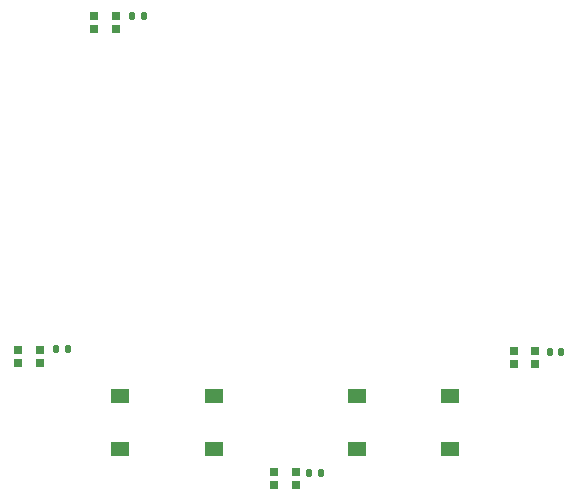
<source format=gbr>
G04 #@! TF.GenerationSoftware,KiCad,Pcbnew,(7.0.0-0)*
G04 #@! TF.CreationDate,2023-03-04T17:00:40-06:00*
G04 #@! TF.ProjectId,RP2040_minimal,52503230-3430-45f6-9d69-6e696d616c2e,REV1*
G04 #@! TF.SameCoordinates,Original*
G04 #@! TF.FileFunction,Paste,Top*
G04 #@! TF.FilePolarity,Positive*
%FSLAX46Y46*%
G04 Gerber Fmt 4.6, Leading zero omitted, Abs format (unit mm)*
G04 Created by KiCad (PCBNEW (7.0.0-0)) date 2023-03-04 17:00:40*
%MOMM*%
%LPD*%
G01*
G04 APERTURE LIST*
G04 Aperture macros list*
%AMRoundRect*
0 Rectangle with rounded corners*
0 $1 Rounding radius*
0 $2 $3 $4 $5 $6 $7 $8 $9 X,Y pos of 4 corners*
0 Add a 4 corners polygon primitive as box body*
4,1,4,$2,$3,$4,$5,$6,$7,$8,$9,$2,$3,0*
0 Add four circle primitives for the rounded corners*
1,1,$1+$1,$2,$3*
1,1,$1+$1,$4,$5*
1,1,$1+$1,$6,$7*
1,1,$1+$1,$8,$9*
0 Add four rect primitives between the rounded corners*
20,1,$1+$1,$2,$3,$4,$5,0*
20,1,$1+$1,$4,$5,$6,$7,0*
20,1,$1+$1,$6,$7,$8,$9,0*
20,1,$1+$1,$8,$9,$2,$3,0*%
G04 Aperture macros list end*
%ADD10R,1.550000X1.300000*%
%ADD11R,0.700000X0.700000*%
%ADD12RoundRect,0.140000X-0.140000X-0.170000X0.140000X-0.170000X0.140000X0.170000X-0.140000X0.170000X0*%
G04 APERTURE END LIST*
D10*
X86024999Y-117749999D03*
X93974999Y-117749999D03*
X86024999Y-122249999D03*
X93974999Y-122249999D03*
D11*
X99059999Y-124149999D03*
X99059999Y-125249999D03*
X100889999Y-125249999D03*
X100889999Y-124149999D03*
D12*
X102010000Y-124240000D03*
X102970000Y-124240000D03*
X122380000Y-113980000D03*
X123340000Y-113980000D03*
D11*
X77349999Y-113861249D03*
X77349999Y-114961249D03*
X79179999Y-114961249D03*
X79179999Y-113861249D03*
D10*
X106024999Y-117749999D03*
X113974999Y-117749999D03*
X106024999Y-122249999D03*
X113974999Y-122249999D03*
D11*
X83804999Y-85549999D03*
X83804999Y-86649999D03*
X85634999Y-86649999D03*
X85634999Y-85549999D03*
X119314999Y-113949999D03*
X119314999Y-115049999D03*
X121144999Y-115049999D03*
X121144999Y-113949999D03*
D12*
X80600000Y-113731250D03*
X81560000Y-113731250D03*
X87045000Y-85560000D03*
X88005000Y-85560000D03*
M02*

</source>
